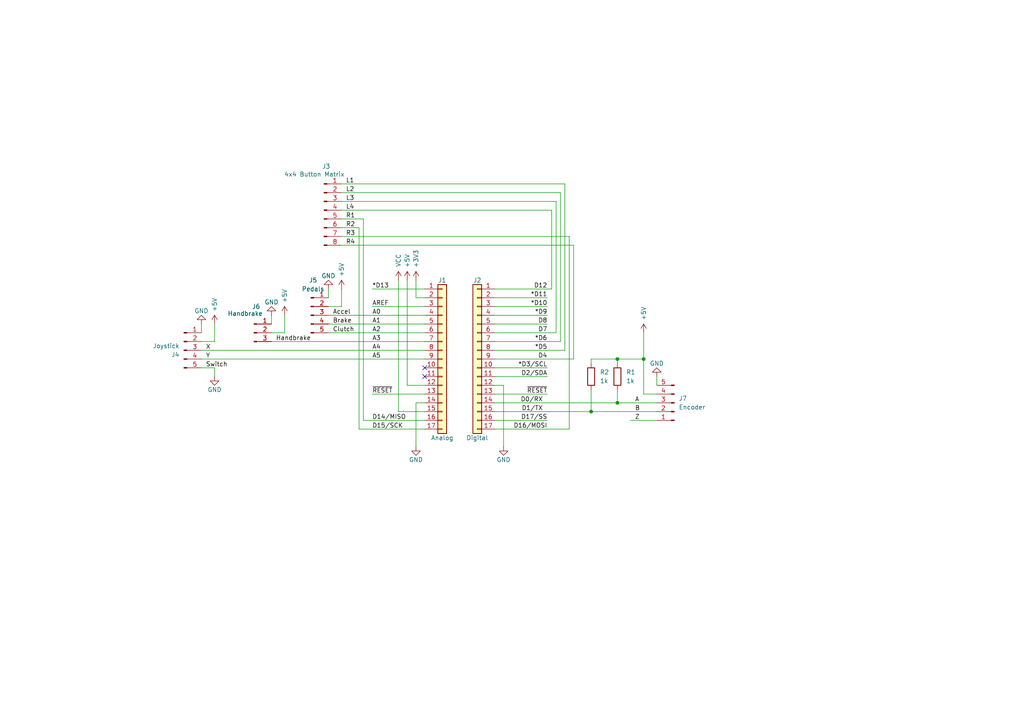
<source format=kicad_sch>
(kicad_sch (version 20231120) (generator "eeschema") (generator_version "8.0")
  (paper "A4")
  (title_block (date "sam. 04 avril 2015"))
  (lib_symbols
    (symbol "Connector:Conn_01x03_Pin" (pin_names (offset 1.016) hide)
      (property "Reference" "J" (at 0 5.08 0))
      (property "Value" "Conn_01x03_Pin" (at 0 -5.08 0))
      (symbol "Conn_01x03_Pin_1_1"
        (polyline (pts (xy 1.27 -2.54) (xy 0.8636 -2.54)) (stroke (width 0.1524)))
        (polyline (pts (xy 1.27 0) (xy 0.8636 0)) (stroke (width 0.1524)))
        (polyline (pts (xy 1.27 2.54) (xy 0.8636 2.54)) (stroke (width 0.1524)))
        (rectangle (start 0.8636 -2.413) (end 0 -2.667) (stroke (width 0.1524)) (fill (type outline)))
        (rectangle (start 0.8636 0.127) (end 0 -0.127) (stroke (width 0.1524)) (fill (type outline)))
        (rectangle (start 0.8636 2.667) (end 0 2.413) (stroke (width 0.1524)) (fill (type outline)))
        (pin passive line (at 5.08 2.54 180) (length 3.81) (name "Pin_1") (number "1"))
        (pin passive line (at 5.08 0 180) (length 3.81) (name "Pin_2") (number "2"))
        (pin passive line (at 5.08 -2.54 180) (length 3.81) (name "Pin_3") (number "3"))
      )
    )
    (symbol "Connector:Conn_01x04_Pin" (pin_names (offset 1.016) hide)
      (property "Reference" "J" (at 0 5.08 0))
      (property "Value" "Conn_01x04_Pin" (at 0 -7.62 0))
      (symbol "Conn_01x04_Pin_1_1"
        (polyline (pts (xy 1.27 -5.08) (xy 0.8636 -5.08)) (stroke (width 0.1524)))
        (polyline (pts (xy 1.27 -2.54) (xy 0.8636 -2.54)) (stroke (width 0.1524)))
        (polyline (pts (xy 1.27 0) (xy 0.8636 0)) (stroke (width 0.1524)))
        (polyline (pts (xy 1.27 2.54) (xy 0.8636 2.54)) (stroke (width 0.1524)))
        (rectangle (start 0.8636 -4.953) (end 0 -5.207) (stroke (width 0.1524)) (fill (type outline)))
        (rectangle (start 0.8636 -2.413) (end 0 -2.667) (stroke (width 0.1524)) (fill (type outline)))
        (rectangle (start 0.8636 0.127) (end 0 -0.127) (stroke (width 0.1524)) (fill (type outline)))
        (rectangle (start 0.8636 2.667) (end 0 2.413) (stroke (width 0.1524)) (fill (type outline)))
        (pin passive line (at 5.08 2.54 180) (length 3.81) (name "Pin_1") (number "1"))
        (pin passive line (at 5.08 0 180) (length 3.81) (name "Pin_2") (number "2"))
        (pin passive line (at 5.08 -2.54 180) (length 3.81) (name "Pin_3") (number "3"))
        (pin passive line (at 5.08 -5.08 180) (length 3.81) (name "Pin_4") (number "4"))
      )
    )
    (symbol "Connector:Conn_01x05_Pin" (pin_names (offset 1.016) hide)
      (property "Reference" "J" (at 0 7.62 0))
      (property "Value" "Conn_01x05_Pin" (at 0 -7.62 0))
      (symbol "Conn_01x05_Pin_1_1"
        (polyline (pts (xy 1.27 -5.08) (xy 0.8636 -5.08)) (stroke (width 0.1524)))
        (polyline (pts (xy 1.27 -2.54) (xy 0.8636 -2.54)) (stroke (width 0.1524)))
        (polyline (pts (xy 1.27 0) (xy 0.8636 0)) (stroke (width 0.1524)))
        (polyline (pts (xy 1.27 2.54) (xy 0.8636 2.54)) (stroke (width 0.1524)))
        (polyline (pts (xy 1.27 5.08) (xy 0.8636 5.08)) (stroke (width 0.1524)))
        (rectangle (start 0.8636 -4.953) (end 0 -5.207) (stroke (width 0.1524)) (fill (type outline)))
        (rectangle (start 0.8636 -2.413) (end 0 -2.667) (stroke (width 0.1524)) (fill (type outline)))
        (rectangle (start 0.8636 0.127) (end 0 -0.127) (stroke (width 0.1524)) (fill (type outline)))
        (rectangle (start 0.8636 2.667) (end 0 2.413) (stroke (width 0.1524)) (fill (type outline)))
        (rectangle (start 0.8636 5.207) (end 0 4.953) (stroke (width 0.1524)) (fill (type outline)))
        (pin passive line (at 5.08 5.08 180) (length 3.81) (name "Pin_1") (number "1"))
        (pin passive line (at 5.08 2.54 180) (length 3.81) (name "Pin_2") (number "2"))
        (pin passive line (at 5.08 0 180) (length 3.81) (name "Pin_3") (number "3"))
        (pin passive line (at 5.08 -2.54 180) (length 3.81) (name "Pin_4") (number "4"))
        (pin passive line (at 5.08 -5.08 180) (length 3.81) (name "Pin_5") (number "5"))
      )
    )
    (symbol "Connector:Conn_01x08_Pin" (pin_names (offset 1.016) hide)
      (property "Reference" "J" (at 0 10.16 0))
      (property "Value" "Conn_01x08_Pin" (at 0 -12.7 0))
      (symbol "Conn_01x08_Pin_1_1"
        (polyline (pts (xy 1.27 -10.16) (xy 0.8636 -10.16)) (stroke (width 0.1524)))
        (polyline (pts (xy 1.27 -7.62) (xy 0.8636 -7.62)) (stroke (width 0.1524)))
        (polyline (pts (xy 1.27 -5.08) (xy 0.8636 -5.08)) (stroke (width 0.1524)))
        (polyline (pts (xy 1.27 -2.54) (xy 0.8636 -2.54)) (stroke (width 0.1524)))
        (polyline (pts (xy 1.27 0) (xy 0.8636 0)) (stroke (width 0.1524)))
        (polyline (pts (xy 1.27 2.54) (xy 0.8636 2.54)) (stroke (width 0.1524)))
        (polyline (pts (xy 1.27 5.08) (xy 0.8636 5.08)) (stroke (width 0.1524)))
        (polyline (pts (xy 1.27 7.62) (xy 0.8636 7.62)) (stroke (width 0.1524)))
        (rectangle (start 0.8636 -10.033) (end 0 -10.287) (stroke (width 0.1524)) (fill (type outline)))
        (rectangle (start 0.8636 -7.493) (end 0 -7.747) (stroke (width 0.1524)) (fill (type outline)))
        (rectangle (start 0.8636 -4.953) (end 0 -5.207) (stroke (width 0.1524)) (fill (type outline)))
        (rectangle (start 0.8636 -2.413) (end 0 -2.667) (stroke (width 0.1524)) (fill (type outline)))
        (rectangle (start 0.8636 0.127) (end 0 -0.127) (stroke (width 0.1524)) (fill (type outline)))
        (rectangle (start 0.8636 2.667) (end 0 2.413) (stroke (width 0.1524)) (fill (type outline)))
        (rectangle (start 0.8636 5.207) (end 0 4.953) (stroke (width 0.1524)) (fill (type outline)))
        (rectangle (start 0.8636 7.747) (end 0 7.493) (stroke (width 0.1524)) (fill (type outline)))
        (pin passive line (at 5.08 7.62 180) (length 3.81) (name "Pin_1") (number "1"))
        (pin passive line (at 5.08 5.08 180) (length 3.81) (name "Pin_2") (number "2"))
        (pin passive line (at 5.08 2.54 180) (length 3.81) (name "Pin_3") (number "3"))
        (pin passive line (at 5.08 0 180) (length 3.81) (name "Pin_4") (number "4"))
        (pin passive line (at 5.08 -2.54 180) (length 3.81) (name "Pin_5") (number "5"))
        (pin passive line (at 5.08 -5.08 180) (length 3.81) (name "Pin_6") (number "6"))
        (pin passive line (at 5.08 -7.62 180) (length 3.81) (name "Pin_7") (number "7"))
        (pin passive line (at 5.08 -10.16 180) (length 3.81) (name "Pin_8") (number "8"))
      )
    )
    (symbol "Connector:Conn_01x16_Socket" (pin_names (offset 1.016) hide)
      (property "Reference" "J" (at 0 20.32 0))
      (property "Value" "Conn_01x16_Socket" (at 0 -22.86 0))
      (symbol "Conn_01x16_Socket_1_1"
        (arc (start 0 -19.812) (mid -0.5058 -20.32) (end 0 -20.828) (stroke (width 0.1524)))
        (arc (start 0 -17.272) (mid -0.5058 -17.78) (end 0 -18.288) (stroke (width 0.1524)))
        (arc (start 0 -14.732) (mid -0.5058 -15.24) (end 0 -15.748) (stroke (width 0.1524)))
        (arc (start 0 -12.192) (mid -0.5058 -12.7) (end 0 -13.208) (stroke (width 0.1524)))
        (arc (start 0 -9.652) (mid -0.5058 -10.16) (end 0 -10.668) (stroke (width 0.1524)))
        (arc (start 0 -7.112) (mid -0.5058 -7.62) (end 0 -8.128) (stroke (width 0.1524)))
        (arc (start 0 -4.572) (mid -0.5058 -5.08) (end 0 -5.588) (stroke (width 0.1524)))
        (arc (start 0 -2.032) (mid -0.5058 -2.54) (end 0 -3.048) (stroke (width 0.1524)))
        (polyline (pts (xy -1.27 -20.32) (xy -0.508 -20.32)) (stroke (width 0.1524)))
        (polyline (pts (xy -1.27 -17.78) (xy -0.508 -17.78)) (stroke (width 0.1524)))
        (polyline (pts (xy -1.27 -15.24) (xy -0.508 -15.24)) (stroke (width 0.1524)))
        (polyline (pts (xy -1.27 -12.7) (xy -0.508 -12.7)) (stroke (width 0.1524)))
        (polyline (pts (xy -1.27 -10.16) (xy -0.508 -10.16)) (stroke (width 0.1524)))
        (polyline (pts (xy -1.27 -7.62) (xy -0.508 -7.62)) (stroke (width 0.1524)))
        (polyline (pts (xy -1.27 -5.08) (xy -0.508 -5.08)) (stroke (width 0.1524)))
        (polyline (pts (xy -1.27 -2.54) (xy -0.508 -2.54)) (stroke (width 0.1524)))
        (polyline (pts (xy -1.27 0) (xy -0.508 0)) (stroke (width 0.1524)))
        (polyline (pts (xy -1.27 2.54) (xy -0.508 2.54)) (stroke (width 0.1524)))
        (polyline (pts (xy -1.27 5.08) (xy -0.508 5.08)) (stroke (width 0.1524)))
        (polyline (pts (xy -1.27 7.62) (xy -0.508 7.62)) (stroke (width 0.1524)))
        (polyline (pts (xy -1.27 10.16) (xy -0.508 10.16)) (stroke (width 0.1524)))
        (polyline (pts (xy -1.27 12.7) (xy -0.508 12.7)) (stroke (width 0.1524)))
        (polyline (pts (xy -1.27 15.24) (xy -0.508 15.24)) (stroke (width 0.1524)))
        (polyline (pts (xy -1.27 17.78) (xy -0.508 17.78)) (stroke (width 0.1524)))
        (arc (start 0 0.508) (mid -0.5058 0) (end 0 -0.508) (stroke (width 0.1524)))
        (arc (start 0 3.048) (mid -0.5058 2.54) (end 0 2.032) (stroke (width 0.1524)))
        (arc (start 0 5.588) (mid -0.5058 5.08) (end 0 4.572) (stroke (width 0.1524)))
        (arc (start 0 8.128) (mid -0.5058 7.62) (end 0 7.112) (stroke (width 0.1524)))
        (arc (start 0 10.668) (mid -0.5058 10.16) (end 0 9.652) (stroke (width 0.1524)))
        (arc (start 0 13.208) (mid -0.5058 12.7) (end 0 12.192) (stroke (width 0.1524)))
        (arc (start 0 15.748) (mid -0.5058 15.24) (end 0 14.732) (stroke (width 0.1524)))
        (arc (start 0 18.288) (mid -0.5058 17.78) (end 0 17.272) (stroke (width 0.1524)))
        (pin passive line (at -5.08 17.78 0) (length 3.81) (name "Pin_1") (number "1"))
        (pin passive line (at -5.08 -5.08 0) (length 3.81) (name "Pin_10") (number "10"))
        (pin passive line (at -5.08 -7.62 0) (length 3.81) (name "Pin_11") (number "11"))
        (pin passive line (at -5.08 -10.16 0) (length 3.81) (name "Pin_12") (number "12"))
        (pin passive line (at -5.08 -12.7 0) (length 3.81) (name "Pin_13") (number "13"))
        (pin passive line (at -5.08 -15.24 0) (length 3.81) (name "Pin_14") (number "14"))
        (pin passive line (at -5.08 -17.78 0) (length 3.81) (name "Pin_15") (number "15"))
        (pin passive line (at -5.08 -20.32 0) (length 3.81) (name "Pin_16") (number "16"))
        (pin passive line (at -5.08 15.24 0) (length 3.81) (name "Pin_2") (number "2"))
        (pin passive line (at -5.08 12.7 0) (length 3.81) (name "Pin_3") (number "3"))
        (pin passive line (at -5.08 10.16 0) (length 3.81) (name "Pin_4") (number "4"))
        (pin passive line (at -5.08 7.62 0) (length 3.81) (name "Pin_5") (number "5"))
        (pin passive line (at -5.08 5.08 0) (length 3.81) (name "Pin_6") (number "6"))
        (pin passive line (at -5.08 2.54 0) (length 3.81) (name "Pin_7") (number "7"))
        (pin passive line (at -5.08 0 0) (length 3.81) (name "Pin_8") (number "8"))
        (pin passive line (at -5.08 -2.54 0) (length 3.81) (name "Pin_9") (number "9"))
      )
    )
    (symbol "Connector_Generic:Conn_01x17" (pin_names (offset 1.016) hide)
      (property "Reference" "J" (at 0 22.86 0))
      (property "Value" "Conn_01x17" (at 0 -22.86 0))
      (symbol "Conn_01x17_1_1"
        (rectangle (start -1.27 -20.193) (end 0 -20.447) (stroke (width 0.1524)))
        (rectangle (start -1.27 -17.653) (end 0 -17.907) (stroke (width 0.1524)))
        (rectangle (start -1.27 -15.113) (end 0 -15.367) (stroke (width 0.1524)))
        (rectangle (start -1.27 -12.573) (end 0 -12.827) (stroke (width 0.1524)))
        (rectangle (start -1.27 -10.033) (end 0 -10.287) (stroke (width 0.1524)))
        (rectangle (start -1.27 -7.493) (end 0 -7.747) (stroke (width 0.1524)))
        (rectangle (start -1.27 -4.953) (end 0 -5.207) (stroke (width 0.1524)))
        (rectangle (start -1.27 -2.413) (end 0 -2.667) (stroke (width 0.1524)))
        (rectangle (start -1.27 0.127) (end 0 -0.127) (stroke (width 0.1524)))
        (rectangle (start -1.27 2.667) (end 0 2.413) (stroke (width 0.1524)))
        (rectangle (start -1.27 5.207) (end 0 4.953) (stroke (width 0.1524)))
        (rectangle (start -1.27 7.747) (end 0 7.493) (stroke (width 0.1524)))
        (rectangle (start -1.27 10.287) (end 0 10.033) (stroke (width 0.1524)))
        (rectangle (start -1.27 12.827) (end 0 12.573) (stroke (width 0.1524)))
        (rectangle (start -1.27 15.367) (end 0 15.113) (stroke (width 0.1524)))
        (rectangle (start -1.27 17.907) (end 0 17.653) (stroke (width 0.1524)))
        (rectangle (start -1.27 20.447) (end 0 20.193) (stroke (width 0.1524)))
        (rectangle (start -1.27 21.59) (end 1.27 -21.59) (stroke (width 0.254)) (fill (type background)))
        (pin passive line (at -5.08 20.32 0) (length 3.81) (name "Pin_1") (number "1"))
        (pin passive line (at -5.08 -2.54 0) (length 3.81) (name "Pin_10") (number "10"))
        (pin passive line (at -5.08 -5.08 0) (length 3.81) (name "Pin_11") (number "11"))
        (pin passive line (at -5.08 -7.62 0) (length 3.81) (name "Pin_12") (number "12"))
        (pin passive line (at -5.08 -10.16 0) (length 3.81) (name "Pin_13") (number "13"))
        (pin passive line (at -5.08 -12.7 0) (length 3.81) (name "Pin_14") (number "14"))
        (pin passive line (at -5.08 -15.24 0) (length 3.81) (name "Pin_15") (number "15"))
        (pin passive line (at -5.08 -17.78 0) (length 3.81) (name "Pin_16") (number "16"))
        (pin passive line (at -5.08 -20.32 0) (length 3.81) (name "Pin_17") (number "17"))
        (pin passive line (at -5.08 17.78 0) (length 3.81) (name "Pin_2") (number "2"))
        (pin passive line (at -5.08 15.24 0) (length 3.81) (name "Pin_3") (number "3"))
        (pin passive line (at -5.08 12.7 0) (length 3.81) (name "Pin_4") (number "4"))
        (pin passive line (at -5.08 10.16 0) (length 3.81) (name "Pin_5") (number "5"))
        (pin passive line (at -5.08 7.62 0) (length 3.81) (name "Pin_6") (number "6"))
        (pin passive line (at -5.08 5.08 0) (length 3.81) (name "Pin_7") (number "7"))
        (pin passive line (at -5.08 2.54 0) (length 3.81) (name "Pin_8") (number "8"))
        (pin passive line (at -5.08 0 0) (length 3.81) (name "Pin_9") (number "9"))
      )
    )
    (symbol "Device:R" (pin_numbers hide) (pin_names (offset 0))
      (property "Reference" "R" (at 2.032 0 90))
      (property "Value" "R" (at 0 0 90))
      (symbol "R_0_1"
        (rectangle (start -1.016 -2.54) (end 1.016 2.54) (stroke (width 0.254)))
      )
      (symbol "R_1_1"
        (pin passive line (at 0 3.81 270) (length 1.27) (name "~") (number "1"))
        (pin passive line (at 0 -3.81 90) (length 1.27) (name "~") (number "2"))
      )
    )
    (symbol "Display_Character:LCD-016N002L"
      (property "Reference" "U" (at -6.35 18.796 0))
      (property "Value" "LCD-016N002L" (at 8.636 18.796 0))
      (symbol "LCD-016N002L_1_1"
        (rectangle (start -7.62 17.78) (end 7.62 -17.78) (stroke (width 0.254)) (fill (type background)))
        (pin power_in line (at 0 -20.32 90) (length 2.54) (name "VSS") (number "1"))
        (pin bidirectional line (at -10.16 -5.08 0) (length 2.54) (name "DB3") (number "10"))
        (pin bidirectional line (at -10.16 -7.62 0) (length 2.54) (name "DB4") (number "11"))
        (pin bidirectional line (at -10.16 -10.16 0) (length 2.54) (name "DB5") (number "12"))
        (pin bidirectional line (at -10.16 -12.7 0) (length 2.54) (name "DB6") (number "13"))
        (pin bidirectional line (at -10.16 -15.24 0) (length 2.54) (name "DB7") (number "14"))
        (pin power_in line (at 10.16 7.62 180) (length 2.54) (name "A/VEE") (number "15"))
        (pin power_in line (at 10.16 5.08 180) (length 2.54) (name "K") (number "16"))
        (pin power_in line (at 0 20.32 270) (length 2.54) (name "VDD") (number "2"))
        (pin input line (at 10.16 15.24 180) (length 2.54) (name "VO") (number "3"))
        (pin input line (at -10.16 10.16 0) (length 2.54) (name "RS") (number "4"))
        (pin input line (at -10.16 12.7 0) (length 2.54) (name "R/~{W}") (number "5"))
        (pin input line (at -10.16 15.24 0) (length 2.54) (name "E") (number "6"))
        (pin bidirectional line (at -10.16 2.54 0) (length 2.54) (name "DB0") (number "7"))
        (pin bidirectional line (at -10.16 0 0) (length 2.54) (name "DB1") (number "8"))
        (pin bidirectional line (at -10.16 -2.54 0) (length 2.54) (name "DB2") (number "9"))
        (pin power_in line (at 10.16 0 180) (length 2.54) (name "A1") (number "A1"))
        (pin power_in line (at 10.16 -7.62 180) (length 2.54) (name "A2") (number "A2"))
        (pin power_in line (at 10.16 -2.54 180) (length 2.54) (name "K1") (number "K1"))
        (pin power_in line (at 10.16 -10.16 180) (length 2.54) (name "K2") (number "K2"))
      )
    )
    (symbol "power:+3.3V" (power) (pin_names (offset 0))
      (property "Value" "+3.3V" (at 0 3.556 0))
      (symbol "+3.3V_0_1"
        (polyline (pts (xy -0.762 1.27) (xy 0 2.54)))
        (polyline (pts (xy 0 0) (xy 0 2.54)))
        (polyline (pts (xy 0 2.54) (xy 0.762 1.27)))
      )
      (symbol "+3.3V_1_1"
        (pin power_in line (at 0 0 90) (length 0) hide (name "+3V3") (number "1"))
      )
    )
    (symbol "power:+5V" (power) (pin_names (offset 0))
      (property "Value" "+5V" (at 0 3.556 0))
      (symbol "+5V_0_1"
        (polyline (pts (xy -0.762 1.27) (xy 0 2.54)))
        (polyline (pts (xy 0 0) (xy 0 2.54)))
        (polyline (pts (xy 0 2.54) (xy 0.762 1.27)))
      )
      (symbol "+5V_1_1"
        (pin power_in line (at 0 0 90) (length 0) hide (name "+5V") (number "1"))
      )
    )
    (symbol "power:GND" (power) (pin_names (offset 0))
      (property "Value" "GND" (at 0 -3.81 0))
      (symbol "GND_0_1"
        (polyline (pts (xy 0 0) (xy 0 -1.27) (xy 1.27 -1.27) (xy 0 -2.54) (xy -1.27 -1.27) (xy 0 -1.27)))
      )
      (symbol "GND_1_1"
        (pin power_in line (at 0 0 270) (length 0) hide (name "GND") (number "1"))
      )
    )
    (symbol "power:VCC" (power) (pin_names (offset 0))
      (property "Value" "VCC" (at 0 3.81 0))
      (symbol "VCC_0_1"
        (polyline (pts (xy -0.762 1.27) (xy 0 2.54)))
        (polyline (pts (xy 0 0) (xy 0 2.54)))
        (polyline (pts (xy 0 2.54) (xy 0.762 1.27)))
      )
      (symbol "VCC_1_1"
        (pin power_in line (at 0 0 90) (length 0) hide (name "VCC") (number "1"))
      )
    )
  )
  (junction (at 274.32 -48.26))
  (junction (at 179.07 104.14))
  (junction (at 274.32 -45.72))
  (junction (at 186.69 104.14))
  (junction (at 274.32 -81.28))
  (junction (at 274.32 -63.5))
  (junction (at 274.32 -55.88))
  (junction (at 274.32 -53.34))
  (junction (at 274.32 -66.04))
  (junction (at 274.32 -68.58))
  (junction (at 171.45 119.38))
  (junction (at 274.32 -71.12))
  (junction (at 274.32 -76.2))
  (junction (at 274.32 -50.8))
  (junction (at 274.32 -60.96))
  (junction (at 274.32 -78.74))
  (junction (at 179.07 116.84))
  (junction (at 274.32 -58.42))
  (junction (at 274.32 -43.18))
  (junction (at 274.32 -73.66))
  (no_connect (at 123.19 106.68))
  (no_connect (at 123.19 109.22))
  (wire (pts (xy 104.14 124.46) (xy 123.19 124.46)))
  (wire (pts (xy 123.19 86.36) (xy 120.65 86.36)))
  (wire (pts (xy 143.51 119.38) (xy 171.45 119.38)))
  (wire (pts (xy 186.69 114.3) (xy 186.69 104.14)))
  (wire (pts (xy 274.32 -78.74) (xy 299.72 -78.74)))
  (wire (pts (xy 264.16 -76.2) (xy 274.32 -76.2)))
  (wire (pts (xy 104.14 66.04) (xy 99.06 66.04)))
  (wire (pts (xy 323.85 -43.18) (xy 300.99 -43.18)))
  (wire (pts (xy 334.01 -71.12) (xy 341.63 -71.12)))
  (wire (pts (xy 264.16 -50.8) (xy 274.32 -50.8)))
  (wire (pts (xy 182.88 121.92) (xy 190.5 121.92)))
  (wire (pts (xy 143.51 99.06) (xy 162.56 99.06)))
  (wire (pts (xy 264.16 -45.72) (xy 274.32 -45.72)))
  (wire (pts (xy 297.18 -85.09) (xy 297.18 -73.66)))
  (wire (pts (xy 341.63 -71.12) (xy 341.63 -40.64)))
  (wire (pts (xy 118.11 81.28) (xy 118.11 111.76)))
  (wire (pts (xy 123.19 111.76) (xy 118.11 111.76)))
  (wire (pts (xy 99.06 55.88) (xy 162.56 55.88)))
  (wire (pts (xy 105.41 121.92) (xy 123.19 121.92)))
  (wire (pts (xy 297.18 -45.72) (xy 274.32 -45.72)))
  (wire (pts (xy 171.45 119.38) (xy 190.5 119.38)))
  (wire (pts (xy 274.32 -71.12) (xy 294.64 -71.12)))
  (wire (pts (xy 334.01 -78.74) (xy 334.01 -90.17)))
  (wire (pts (xy 300.99 -43.18) (xy 300.99 -81.28)))
  (wire (pts (xy 58.42 99.06) (xy 62.23 99.06)))
  (wire (pts (xy 62.23 99.06) (xy 62.23 93.98)))
  (wire (pts (xy 274.32 -58.42) (xy 313.69 -58.42)))
  (wire (pts (xy 62.23 106.68) (xy 62.23 109.22)))
  (wire (pts (xy 274.32 -55.88) (xy 313.69 -55.88)))
  (wire (pts (xy 340.36 -41.91) (xy 295.91 -41.91)))
  (wire (pts (xy 58.42 104.14) (xy 123.19 104.14)))
  (wire (pts (xy 143.51 88.9) (xy 158.75 88.9)))
  (wire (pts (xy 323.85 -88.9) (xy 299.72 -88.9)))
  (wire (pts (xy 143.51 96.52) (xy 161.29 96.52)))
  (wire (pts (xy 264.16 -58.42) (xy 274.32 -58.42)))
  (wire (pts (xy 179.07 105.41) (xy 179.07 104.14)))
  (wire (pts (xy 171.45 104.14) (xy 179.07 104.14)))
  (wire (pts (xy 311.15 -73.66) (xy 313.69 -73.66)))
  (wire (pts (xy 143.51 121.92) (xy 158.75 121.92)))
  (wire (pts (xy 274.32 -60.96) (xy 313.69 -60.96)))
  (wire (pts (xy 190.5 114.3) (xy 186.69 114.3)))
  (wire (pts (xy 311.15 -73.66) (xy 311.15 -85.09)))
  (wire (pts (xy 143.51 93.98) (xy 158.75 93.98)))
  (wire (pts (xy 95.25 83.82) (xy 95.25 86.36)))
  (wire (pts (xy 264.16 -66.04) (xy 274.32 -66.04)))
  (wire (pts (xy 298.45 -90.17) (xy 298.45 -76.2)))
  (wire (pts (xy 105.41 63.5) (xy 99.06 63.5)))
  (wire (pts (xy 95.25 93.98) (xy 123.19 93.98)))
  (wire (pts (xy 186.69 104.14) (xy 186.69 96.52)))
  (wire (pts (xy 171.45 113.03) (xy 171.45 119.38)))
  (wire (pts (xy 82.55 96.52) (xy 82.55 91.44)))
  (wire (pts (xy 264.16 -48.26) (xy 274.32 -48.26)))
  (wire (pts (xy 143.51 116.84) (xy 179.07 116.84)))
  (wire (pts (xy 264.16 -60.96) (xy 274.32 -60.96)))
  (wire (pts (xy 264.16 -68.58) (xy 274.32 -68.58)))
  (wire (pts (xy 162.56 99.06) (xy 162.56 55.88)))
  (wire (pts (xy 143.51 101.6) (xy 163.83 101.6)))
  (wire (pts (xy 143.51 109.22) (xy 158.75 109.22)))
  (wire (pts (xy 99.06 60.96) (xy 160.02 60.96)))
  (wire (pts (xy 295.91 -41.91) (xy 295.91 -43.18)))
  (wire (pts (xy 274.32 -81.28) (xy 300.99 -81.28)))
  (wire (pts (xy 274.32 -48.26) (xy 313.69 -48.26)))
  (wire (pts (xy 95.25 88.9) (xy 99.06 88.9)))
  (wire (pts (xy 99.06 68.58) (xy 165.1 68.58)))
  (wire (pts (xy 294.64 -86.36) (xy 294.64 -71.12)))
  (wire (pts (xy 99.06 58.42) (xy 161.29 58.42)))
  (wire (pts (xy 274.32 -50.8) (xy 313.69 -50.8)))
  (wire (pts (xy 166.37 104.14) (xy 166.37 71.12)))
  (wire (pts (xy 107.95 88.9) (xy 123.19 88.9)))
  (wire (pts (xy 264.16 -78.74) (xy 274.32 -78.74)))
  (wire (pts (xy 274.32 -73.66) (xy 297.18 -73.66)))
  (wire (pts (xy 264.16 -43.18) (xy 274.32 -43.18)))
  (wire (pts (xy 295.91 -68.58) (xy 274.32 -68.58)))
  (wire (pts (xy 58.42 93.98) (xy 58.42 96.52)))
  (wire (pts (xy 120.65 81.28) (xy 120.65 86.36)))
  (wire (pts (xy 143.51 111.76) (xy 146.05 111.76)))
  (wire (pts (xy 115.57 81.28) (xy 115.57 119.38)))
  (wire (pts (xy 123.19 119.38) (xy 115.57 119.38)))
  (wire (pts (xy 274.32 -53.34) (xy 313.69 -53.34)))
  (wire (pts (xy 313.69 -87.63) (xy 295.91 -87.63)))
  (wire (pts (xy 107.95 114.3) (xy 123.19 114.3)))
  (wire (pts (xy 165.1 124.46) (xy 165.1 68.58)))
  (wire (pts (xy 341.63 -40.64) (xy 297.18 -40.64)))
  (wire (pts (xy 171.45 105.41) (xy 171.45 104.14)))
  (wire (pts (xy 264.16 -73.66) (xy 274.32 -73.66)))
  (wire (pts (xy 264.16 -71.12) (xy 274.32 -71.12)))
  (wire (pts (xy 179.07 104.14) (xy 186.69 104.14)))
  (wire (pts (xy 99.06 88.9) (xy 99.06 83.82)))
  (wire (pts (xy 274.32 -66.04) (xy 313.69 -66.04)))
  (wire (pts (xy 58.42 101.6) (xy 123.19 101.6)))
  (wire (pts (xy 299.72 -88.9) (xy 299.72 -78.74)))
  (wire (pts (xy 107.95 83.82) (xy 123.19 83.82)))
  (wire (pts (xy 143.51 106.68) (xy 158.75 106.68)))
  (wire (pts (xy 294.64 -86.36) (xy 312.42 -86.36)))
  (wire (pts (xy 298.45 -76.2) (xy 274.32 -76.2)))
  (wire (pts (xy 99.06 71.12) (xy 166.37 71.12)))
  (wire (pts (xy 312.42 -86.36) (xy 312.42 -76.2)))
  (wire (pts (xy 163.83 101.6) (xy 163.83 53.34)))
  (wire (pts (xy 190.5 109.22) (xy 190.5 111.76)))
  (wire (pts (xy 105.41 121.92) (xy 105.41 63.5)))
  (wire (pts (xy 323.85 -88.9) (xy 323.85 -83.82)))
  (wire (pts (xy 143.51 124.46) (xy 165.1 124.46)))
  (wire (pts (xy 312.42 -76.2) (xy 313.69 -76.2)))
  (wire (pts (xy 62.23 106.68) (xy 58.42 106.68)))
  (wire (pts (xy 143.51 91.44) (xy 158.75 91.44)))
  (wire (pts (xy 295.91 -87.63) (xy 295.91 -68.58)))
  (wire (pts (xy 78.74 96.52) (xy 82.55 96.52)))
  (wire (pts (xy 95.25 91.44) (xy 123.19 91.44)))
  (wire (pts (xy 143.51 114.3) (xy 158.75 114.3)))
  (wire (pts (xy 264.16 -53.34) (xy 274.32 -53.34)))
  (wire (pts (xy 146.05 111.76) (xy 146.05 129.54)))
  (wire (pts (xy 264.16 -63.5) (xy 274.32 -63.5)))
  (wire (pts (xy 179.07 113.03) (xy 179.07 116.84)))
  (wire (pts (xy 161.29 96.52) (xy 161.29 58.42)))
  (wire (pts (xy 334.01 -68.58) (xy 340.36 -68.58)))
  (wire (pts (xy 104.14 124.46) (xy 104.14 66.04)))
  (wire (pts (xy 78.74 99.06) (xy 123.19 99.06)))
  (wire (pts (xy 78.74 91.44) (xy 78.74 93.98)))
  (wire (pts (xy 143.51 104.14) (xy 166.37 104.14)))
  (wire (pts (xy 179.07 116.84) (xy 190.5 116.84)))
  (wire (pts (xy 340.36 -68.58) (xy 340.36 -41.91)))
  (wire (pts (xy 274.32 -63.5) (xy 313.69 -63.5)))
  (wire (pts (xy 311.15 -85.09) (xy 297.18 -85.09)))
  (wire (pts (xy 313.69 -87.63) (xy 313.69 -78.74)))
  (wire (pts (xy 334.01 -90.17) (xy 298.45 -90.17)))
  (wire (pts (xy 120.65 116.84) (xy 120.65 129.54)))
  (wire (pts (xy 123.19 116.84) (xy 120.65 116.84)))
  (wire (pts (xy 264.16 -55.88) (xy 274.32 -55.88)))
  (wire (pts (xy 295.91 -43.18) (xy 274.32 -43.18)))
  (wire (pts (xy 143.51 83.82) (xy 160.02 83.82)))
  (wire (pts (xy 297.18 -40.64) (xy 297.18 -45.72)))
  (wire (pts (xy 264.16 -81.28) (xy 274.32 -81.28)))
  (wire (pts (xy 95.25 96.52) (xy 123.19 96.52)))
  (wire (pts (xy 99.06 53.34) (xy 163.83 53.34)))
  (wire (pts (xy 160.02 83.82) (xy 160.02 60.96)))
  (wire (pts (xy 143.51 86.36) (xy 158.75 86.36)))
  (label "L1" (at 100.33 53.34 0))
  (label "D4" (at 158.75 104.14 180))
  (label "L4" (at 100.33 60.96 0))
  (label "X" (at 59.69 101.6 0))
  (label "*D5" (at 158.75 101.6 180))
  (label "Clutch" (at 96.52 96.52 0))
  (label "A2" (at 107.95 96.52 0))
  (label "D7" (at 158.75 96.52 180))
  (label "D15{slash}SCK" (at 107.95 124.46 0))
  (label "*D13" (at 107.95 83.82 0))
  (label "D16{slash}MOSI" (at 158.75 124.46 180))
  (label "D17{slash}SS" (at 158.75 121.92 180))
  (label "*D6" (at 158.75 99.06 180))
  (label "L2" (at 100.33 55.88 0))
  (label "*D11" (at 158.75 86.36 180))
  (label "A1" (at 107.95 93.98 0))
  (label "D14{slash}MISO" (at 107.95 121.92 0))
  (label "Brake" (at 96.52 93.98 0))
  (label "R1" (at 100.33 63.5 0))
  (label "A4" (at 107.95 101.6 0))
  (label "A" (at 184.15 116.84 0))
  (label "A5" (at 107.95 104.14 0))
  (label "Y" (at 59.69 104.14 0))
  (label "Handbrake" (at 80.01 99.06 0))
  (label "A3" (at 107.95 99.06 0))
  (label "~{RESET}" (at 158.75 114.3 180))
  (label "A0" (at 107.95 91.44 0))
  (label "Accel" (at 96.52 91.44 0))
  (label "B" (at 184.15 119.38 0))
  (label "*D9" (at 158.75 91.44 180))
  (label "R4" (at 100.33 71.12 0))
  (label "*D3{slash}SCL" (at 158.75 106.68 180))
  (label "L3" (at 100.33 58.42 0))
  (label "D2{slash}SDA" (at 158.75 109.22 180))
  (label "D8" (at 158.75 93.98 180))
  (label "D1{slash}TX" (at 157.48 119.38 180))
  (label "D0{slash}RX" (at 157.48 116.84 180))
  (label "Switch" (at 59.69 106.68 0))
  (label "R3" (at 100.33 68.58 0))
  (label "Z" (at 184.15 121.92 0))
  (label "AREF" (at 107.95 88.9 0))
  (label "~{RESET}" (at 107.95 114.3 0))
  (label "*D10" (at 158.75 88.9 180))
  (label "D12" (at 158.75 83.82 180))
  (label "R2" (at 100.33 66.04 0))
  (symbol (lib_id "Connector_Generic:Conn_01x17") (at 128.27 104.14 0) (unit 1)
    (property "Reference" "J1" (at 128.27 81.28 0))
    (property "Value" "Analog" (at 128.27 127 0))
    (property "Footprint" "Connector_PinSocket_2.54mm:PinSocket_1x17_P2.54mm_Vertical" (effects (hide yes)))
  )
  (symbol (lib_id "Connector_Generic:Conn_01x17") (at 138.43 104.14 0) (mirror y) (unit 1)
    (property "Reference" "J2" (at 138.43 81.28 0))
    (property "Value" "Digital" (at 138.43 127 0))
    (property "Footprint" "Connector_PinSocket_2.54mm:PinSocket_1x17_P2.54mm_Vertical" (effects (hide yes)))
  )
  (symbol (lib_id "Display_Character:LCD-016N002L") (at 323.85 -63.5 0) (unit 1)
    (property "Reference" "U1" (at 331.978 -76.962 0) (effects (justify left)))
    (property "Value" "LCD-016N002L" (at 331.978 -74.676 0) (effects (justify left)))
    (property "Footprint" "Display:LCD-016N002L" (effects (hide yes)))
    (property "Datasheet" "http://www.vishay.com/docs/37299/37299.pdf" (effects (hide yes)))
    (property "Description" "LCD 12x2, 8 bit parallel bus, 3V or 5V VDD" (effects (hide yes)))
  )
  (symbol (lib_id "power:GND") (at 95.25 83.82 180) (unit 1)
    (property "Reference" "#PWR04" (effects (hide yes)))
    (property "Value" "GND" (at 95.25 80.01 0))
  )
  (symbol (lib_id "Connector:Conn_01x05_Pin") (at 195.58 116.84 180) (unit 1)
    (property "Reference" "J7" (at 196.85 115.5699 0) (effects (justify right)))
    (property "Value" "Encoder" (at 196.85 118.1099 0) (effects (justify right)))
    (property "Footprint" "Connector_PinHeader_2.54mm:PinHeader_1x05_P2.54mm_Vertical" (effects (hide yes)))
    (property "Description" "Generic connector, single row, 01x05, script generated" (effects (hide yes)))
  )
  (symbol (lib_id "Device:R") (at 171.45 109.22 0) (unit 1)
    (property "Reference" "R2" (at 173.99 107.9499 0) (effects (justify left)))
    (property "Value" "1k" (at 173.99 110.4899 0) (effects (justify left)))
    (property "Description" "Resistor" (effects (hide yes)))
  )
  (symbol (lib_id "Connector:Conn_01x05_Pin") (at 53.34 101.6 0) (unit 1)
    (property "Reference" "J4" (at 52.07 102.8701 0) (effects (justify right)))
    (property "Value" "Joystick" (at 52.07 100.3301 0) (effects (justify right)))
    (property "Footprint" "Connector_PinHeader_2.54mm:PinHeader_1x05_P2.54mm_Vertical" (effects (hide yes)))
    (property "Description" "Generic connector, single row, 01x05, script generated" (effects (hide yes)))
  )
  (symbol (lib_id "Connector:Conn_01x16_Socket") (at 279.4 -63.5 0) (unit 1)
    (property "Reference" "J8" (at 275.844 -86.36 0))
    (property "Value" "LCD Socket" (at 279.4 -84.074 0))
    (property "Description" "Generic connector, single row, 01x16, script generated" (effects (hide yes)))
  )
  (symbol (lib_id "power:GND") (at 190.5 109.22 0) (mirror x) (unit 1)
    (property "Reference" "#PWR08" (effects (hide yes)))
    (property "Value" "GND" (at 190.5 105.41 0))
  )
  (symbol (lib_id "power:+5V") (at 62.23 93.98 0) (mirror y) (unit 1)
    (property "Reference" "#PWR02" (effects (hide yes)))
    (property "Value" "+5V" (at 62.23 90.424 90) (effects (justify left)))
  )
  (symbol (lib_id "Connector:Conn_01x03_Pin") (at 73.66 96.52 0) (unit 1)
    (property "Reference" "J6" (at 74.295 88.9 0))
    (property "Value" "Handbrake" (at 71.12 90.932 0))
    (property "Footprint" "Connector_PinHeader_2.54mm:PinHeader_1x03_P2.54mm_Vertical" (effects (hide yes)))
    (property "Description" "Generic connector, single row, 01x03, script generated" (effects (hide yes)))
  )
  (symbol (lib_id "power:+5V") (at 118.11 81.28 0) (unit 1)
    (property "Reference" "#PWR0103" (effects (hide yes)))
    (property "Value" "+5V" (at 118.11 77.724 90) (effects (justify left)))
  )
  (symbol (lib_id "power:+3.3V") (at 120.65 81.28 0) (unit 1)
    (property "Reference" "#PWR0102" (effects (hide yes)))
    (property "Value" "+3V3" (at 120.65 77.724 90) (effects (justify left)))
  )
  (symbol (lib_id "power:GND") (at 78.74 91.44 180) (unit 1)
    (property "Reference" "#PWR06" (effects (hide yes)))
    (property "Value" "GND" (at 78.74 87.63 0))
  )
  (symbol (lib_id "Connector:Conn_01x04_Pin") (at 256.54 -99.06 0) (unit 1)
    (property "Reference" "J10" (at 257.175 -105.41 0))
    (property "Value" "PCF8574 I²C Socket" (at 257.175 -102.87 0))
    (property "Description" "Generic connector, single row, 01x04, script generated" (effects (hide yes)))
  )
  (symbol (lib_id "power:GND") (at 62.23 109.22 0) (unit 1)
    (property "Reference" "#PWR03" (effects (hide yes)))
    (property "Value" "GND" (at 62.23 113.03 0))
  )
  (symbol (lib_id "power:+5V") (at 186.69 96.52 0) (unit 1)
    (property "Reference" "#PWR09" (effects (hide yes)))
    (property "Value" "+5V" (at 186.69 92.964 90) (effects (justify left)))
  )
  (symbol (lib_id "power:VCC") (at 115.57 81.28 0) (unit 1)
    (property "Reference" "#PWR0101" (effects (hide yes)))
    (property "Value" "VCC" (at 115.57 77.47 90) (effects (justify left)))
  )
  (symbol (lib_id "Connector:Conn_01x16_Socket") (at 259.08 -63.5 0) (mirror y) (unit 1)
    (property "Reference" "J9" (at 262.128 -86.614 0))
    (property "Value" "PCF8574 LCD Socekt" (at 255.27 -84.328 0))
    (property "Description" "Generic connector, single row, 01x16, script generated" (effects (hide yes)))
  )
  (symbol (lib_id "power:+5V") (at 82.55 91.44 0) (mirror y) (unit 1)
    (property "Reference" "#PWR07" (effects (hide yes)))
    (property "Value" "+5V" (at 82.55 87.884 90) (effects (justify left)))
  )
  (symbol (lib_id "power:GND") (at 58.42 93.98 180) (unit 1)
    (property "Reference" "#PWR01" (effects (hide yes)))
    (property "Value" "GND" (at 58.42 90.17 0))
  )
  (symbol (lib_id "Device:R") (at 179.07 109.22 0) (unit 1)
    (property "Reference" "R1" (at 181.61 107.9499 0) (effects (justify left)))
    (property "Value" "1k" (at 181.61 110.4899 0) (effects (justify left)))
    (property "Description" "Resistor" (effects (hide yes)))
  )
  (symbol (lib_id "Connector:Conn_01x08_Pin") (at 93.98 60.96 0) (unit 1)
    (property "Reference" "J3" (at 94.615 48.26 0))
    (property "Value" "4x4 Button Matrix" (at 91.186 50.546 0))
    (property "Footprint" "Connector_PinHeader_2.54mm:PinHeader_1x08_P2.54mm_Vertical" (effects (hide yes)))
    (property "Description" "Generic connector, single row, 01x08, script generated" (effects (hide yes)))
  )
  (symbol (lib_id "power:GND") (at 146.05 129.54 0) (unit 1)
    (property "Reference" "#PWR0105" (effects (hide yes)))
    (property "Value" "GND" (at 146.05 133.35 0))
  )
  (symbol (lib_id "power:+5V") (at 99.06 83.82 0) (mirror y) (unit 1)
    (property "Reference" "#PWR05" (effects (hide yes)))
    (property "Value" "+5V" (at 99.06 80.264 90) (effects (justify left)))
  )
  (symbol (lib_id "Connector:Conn_01x05_Pin") (at 90.17 91.44 0) (unit 1)
    (property "Reference" "J5" (at 90.805 81.28 0))
    (property "Value" "Pedals" (at 90.805 83.82 0))
    (property "Footprint" "Connector_PinHeader_2.54mm:PinHeader_1x05_P2.54mm_Vertical" (effects (hide yes)))
    (property "Description" "Generic connector, single row, 01x05, script generated" (effects (hide yes)))
  )
  (symbol (lib_id "power:GND") (at 120.65 129.54 0) (unit 1)
    (property "Reference" "#PWR0104" (effects (hide yes)))
    (property "Value" "GND" (at 120.65 133.35 0))
  )
)
</source>
